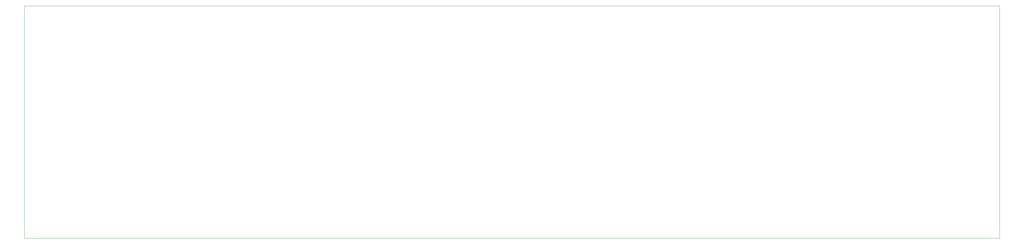
<source format=gm1>
*%FSLAX23Y23*%
*%MOIN*%
G01*
D11*
X4162Y5737D02*
Y8532D01*
X15879D02*
Y5737D01*
X4162D01*
Y8532D02*
X15879D01*
D02*
M02*

</source>
